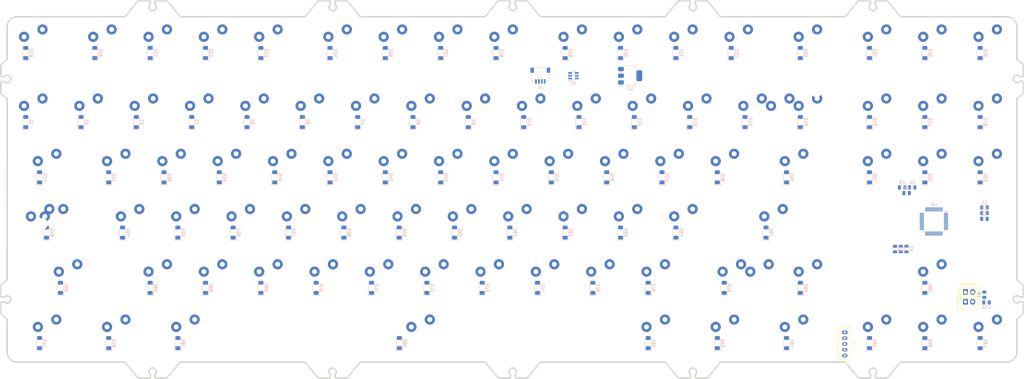
<source format=kicad_pcb>
(kicad_pcb (version 20240706) (generator "pcbnew") (generator_version "8.99")
  (layers (0 "F.Cu" signal) (31 "B.Cu" signal) (34 "B.Paste" user) (35 "F.Paste" user) (36 "B.SilkS" user "B.Silkscreen") (37 "F.SilkS" user "F.Silkscreen") (38 "B.Mask" user) (39 "F.Mask" user) (44 "Edge.Cuts" user))
  (net 0 "")
  (net 1 "+3.3V")
  (net 2 "GND")
  (net 3 "RST")
  (net 4 "+5V")
  (net 5 "CLK")
  (net 6 "DIO")
  (net 7 "boot")
  (net 8 "D-")
  (net 9 "D+")
  (net 43 "Net-(D1-K)")
  (net 44 "Net-(D1-A)")
  (net 45 "Net-(D2-A)")
  (net 46 "Net-(D3-A)")
  (net 47 "Net-(D4-A)")
  (net 48 "Net-(D5-A)")
  (net 49 "Net-(D6-A)")
  (net 50 "Net-(D7-A)")
  (net 51 "Net-(D8-A)")
  (net 52 "Net-(D9-A)")
  (net 53 "Net-(D10-A)")
  (net 54 "Net-(D11-A)")
  (net 55 "Net-(D12-A)")
  (net 56 "Net-(D13-A)")
  (net 57 "Net-(D14-A)")
  (net 58 "Net-(D15-A)")
  (net 59 "Net-(D16-A)")
  (net 60 "Net-(D17-A)")
  (net 61 "Net-(D18-A)")
  (net 62 "Net-(D19-A)")
  (net 63 "Net-(D19-K)")
  (net 64 "Net-(D20-A)")
  (net 65 "Net-(D21-A)")
  (net 66 "Net-(D22-A)")
  (net 67 "Net-(D23-A)")
  (net 68 "Net-(D24-K)")
  (net 69 "Net-(D24-A)")
  (net 70 "Net-(D25-A)")
  (net 71 "Net-(D26-A)")
  (net 72 "Net-(D27-A)")
  (net 73 "Net-(D28-A)")
  (net 74 "Net-(D29-A)")
  (net 75 "Net-(D30-A)")
  (net 76 "Net-(D31-A)")
  (net 77 "Net-(D32-A)")
  (net 78 "Net-(D33-A)")
  (net 79 "Net-(D34-A)")
  (net 80 "Net-(D35-A)")
  (net 81 "Net-(D36-A)")
  (net 82 "Net-(D37-A)")
  (net 83 "Net-(D38-A)")
  (net 84 "Net-(D39-A)")
  (net 85 "Net-(D40-A)")
  (net 86 "Net-(D41-A)")
  (net 87 "Net-(D42-A)")
  (net 88 "Net-(D43-A)")
  (net 89 "Net-(D44-A)")
  (net 90 "Net-(D45-A)")
  (net 91 "Net-(D46-A)")
  (net 92 "Net-(D47-A)")
  (net 93 "Net-(D48-A)")
  (net 94 "Net-(D49-K)")
  (net 95 "Net-(D49-A)")
  (net 96 "Net-(D50-A)")
  (net 97 "Net-(D51-A)")
  (net 98 "Net-(D52-A)")
  (net 99 "Net-(D53-A)")
  (net 100 "Net-(D54-A)")
  (net 101 "Net-(D55-A)")
  (net 102 "Net-(D56-A)")
  (net 103 "Net-(D57-A)")
  (net 104 "Net-(D58-A)")
  (net 105 "Net-(D59-A)")
  (net 106 "Net-(D60-A)")
  (net 107 "Net-(D61-A)")
  (net 108 "Net-(D62-A)")
  (net 109 "Net-(D63-A)")
  (net 110 "Net-(D64-A)")
  (net 111 "Net-(D65-A)")
  (net 112 "Net-(D65-K)")
  (net 113 "Net-(D66-A)")
  (net 114 "Net-(D67-A)")
  (net 115 "Net-(D68-A)")
  (net 116 "Net-(D69-A)")
  (net 117 "Net-(D70-A)")
  (net 118 "Net-(D71-A)")
  (net 119 "Net-(D72-A)")
  (net 120 "Net-(D73-A)")
  (net 121 "Net-(D74-A)")
  (net 122 "Net-(D75-A)")
  (net 123 "Net-(D76-A)")
  (net 124 "Net-(D77-A)")
  (net 125 "Net-(D77-K)")
  (net 126 "Net-(D78-A)")
  (net 127 "Net-(D79-A)")
  (net 128 "Net-(D80-A)")
  (net 129 "Net-(D81-A)")
  (net 130 "Net-(D82-A)")
  (net 131 "Net-(D86-A)")
  (net 132 "Net-(D90-A)")
  (net 133 "Net-(D93-A)")
  (net 134 "Net-(D94-A)")
  (net 135 "Net-(D95-A)")
  (net 136 "Net-(D96-A)")
  (net 137 "Net-(D97-A)")
  (net 138 "C0")
  (net 139 "C1")
  (net 140 "C2")
  (net 141 "C3")
  (net 142 "C4")
  (net 143 "C5")
  (net 144 "C6")
  (net 145 "C7")
  (net 146 "C8")
  (net 147 "C9")
  (net 148 "C10")
  (net 149 "C11")
  (net 150 "C12")
  (net 151 "C13")
  (net 152 "C14")
  (net 153 "C15")
  (net 154 "C16")
  (net 155 "C17")
  (net 156 "Net-(J1-Pin_2)")
  (net 157 "Net-(J1-Pin_3)")
  (footprint "MX_cherry:MXOnly-1U_N" (layer "F.Cu") (at 1140.609013 -377.679948)
    (property "Reference" "SW82" (hide yes))
    (property "Value" "SW_Push" (hide yes))
  )
  (footprint "MX_cherry:MXOnly-1.5U_N" (layer "F.Cu") (at 835.809513 -415.779948)
    (property "Reference" "SW24" (hide yes))
    (property "Value" "SW_Push" (hide yes))
  )
  (footprint "MX_cherry:MXOnly-1U_N" (layer "F.Cu") (at 1045.359013 -377.679948)
    (property "Reference" "SW76" (hide yes))
    (property "Value" "SW_Push" (hide yes))
  )
  (footprint "MX_cherry:MXOnly-1U_N" (layer "F.Cu") (at 1071.553013 -377.679948)
    (property "Reference" "SW79" (hide yes))
    (property "Value" "SW_Push" (hide yes))
  )
  (footprint "MX_cherry:MXOnly-1U_N" (layer "F.Cu") (at 1016.784013 -458.642448)
    (property "Reference" "SW29" (hide yes))
    (property "Value" "SW_Push" (hide yes))
  )
  (footprint "MX_cherry:MXOnly-1U_N" (layer "F.Cu") (at 897.721513 -415.779948)
    (property "Reference" "SW39" (hide yes))
    (property "Value" "SW_Push" (hide yes))
  )
  (footprint "MX_cherry:MXOnly-1U_N" (layer "F.Cu") (at 992.971513 -415.779948)
    (property "Reference" "SW44" (hide yes))
    (property "Value" "SW_Push" (hide yes))
  )
  (footprint "Connector_JST:JST_EH_B2B-EH-A_1x02_P2.50mm_Vertical" (layer "F.Cu") (at 1151.35 -369.87)
    (property "Reference" "SWbôtrst1")
    (property "Value" "SW_Push")
  )
  (footprint "MX_cherry:MXOnly-1U_N" (layer "F.Cu") (at 892.959013 -377.679948)
    (property "Reference" "SW68" (hide yes))
    (property "Value" "SW_Push" (hide yes))
  )
  (footprint "MX_cherry:MXOnly-1U_N" (layer "F.Cu") (at 864.384013 -396.729948)
    (property "Reference" "SW54" (hide yes))
    (property "Value" "SW_Push" (hide yes))
  )
  (footprint "MX_cherry:MXOnly-1U_N" (layer "F.Cu") (at 1121.559013 -434.829948)
    (property "Reference" "SW16" (hide yes))
    (property "Value" "SW_Push" (hide yes))
  )
  (footprint "MX_cherry:MXOnly-1U_N" (layer "F.Cu") (at 1121.559013 -415.779948)
    (property "Reference" "SW51" (hide yes))
    (property "Value" "SW_Push" (hide yes))
  )
  (footprint "MX_cherry:MXOnly-1U_N" (layer "F.Cu") (at 926.296513 -434.829948)
    (property "Reference" "SW6" (hide yes))
    (property "Value" "SW_Push" (hide yes))
  )
  (footprint "MX_cherry:MXOnly-1.5U_N" (layer "F.Cu") (at 883.434513 -358.629948)
    (property "Reference" "SW81" (hide yes))
    (property "Value" "SW_Push" (hide yes))
  )
  (footprint "MX_cherry:MXOnly-1U_N" (layer "F.Cu") (at 1140.609013 -415.779948)
    (property "Reference" "SW52" (hide yes))
    (property "Value" "SW_Push" (hide yes))
  )
  (footprint "MX_cherry:MXOnly-1U_N" (layer "F.Cu") (at 859.621513 -415.779948)
    (property "Reference" "SW37" (hide yes))
    (property "Value" "SW_Push" (hide yes))
  )
  (footprint "MX_cherry:MXOnly-1U_N" (layer "F.Cu") (at 978.684013 -396.729948)
    (property "Reference" "SW60" (hide yes))
    (property "Value" "SW_Push" (hide yes))
  )
  (footprint "MX_cherry:MXOnly-1U_N" (layer "F.Cu") (at 869.146513 -434.829948)
    (property "Reference" "SW3" (hide yes))
    (property "Value" "SW_Push" (hide yes))
  )
  (footprint "MX_cherry:MXOnly-1U_N" (layer "F.Cu") (at 1054.884013 -458.642448)
    (property "Reference" "SW31" (hide yes))
    (property "Value" "SW_Push" (hide yes))
  )
  (footprint "MX_cherry:MXOnly-1U_N" (layer "F.Cu") (at 969.159013 -377.679948)
    (property "Reference" "SW72" (hide yes))
    (property "Value" "SW_Push" (hide yes))
  )
  (footprint "MX_cherry:MXOnly-1U_N" (layer "F.Cu") (at 1059.646513 -434.829948)
    (property "Reference" "SW13" (hide yes))
    (property "Value" "SW_Push" (hide yes))
  )
  (footprint "MX_cherry:MXOnly-1U_N" (layer "F.Cu") (at 850.096513 -434.829948)
    (property "Reference" "SW2" (hide yes))
    (property "Value" "SW_Push" (hide yes))
  )
  (footprint "MX_cherry:MXOnly-1U_N" (layer "F.Cu") (at 1035.834013 -396.729948)
    (property "Reference" "SW63" (hide yes))
    (property "Value" "SW_Push" (hide yes))
  )
  (footprint "MX_cherry:MXOnly-1U_N" (layer "F.Cu") (at 964.396513 -434.829948)
    (property "Reference" "SW8" (hide yes))
    (property "Value" "SW_Push" (hide yes))
  )
  (footprint "MX_cherry:MXOnly-1U_N" (layer "F.Cu") (at 973.921513 -415.779948)
    (property "Reference" "SW43" (hide yes))
    (property "Value" "SW_Push" (hide yes))
  )
  (footprint "MX_cherry:MXOnly-1.25U_N" (layer "F.Cu") (at 833.427513 -396.729948)
    (property "Reference" "SW1002" (hide yes))
    (property "Value" "SW_Push" (hide yes))
  )
  (footprint "MX_cherry:MXOnly-1U_N" (layer "F.Cu") (at 878.671513 -415.779948)
    (property "Reference" "SW38" (hide yes))
    (property "Value" "SW_Push" (hide yes))
  )
  (footprint "MX_cherry:MXOnly-1U_N" (layer "F.Cu") (at 1097.746513 -458.642448)
    (property "Reference" "SW33" (hide yes))
    (property "Value" "SW_Push" (hide yes))
  )
  (footprint "MX_cherry:MXOnly-1U_N" (layer "F.Cu") (at 1050.121513 -415.779948)
    (property "Reference" "SW47" (hide yes))
    (property "Value" "SW_Push" (hide yes))
  )
  (footprint "MX_cherry:MXOnly-1U_N" (layer "F.Cu") (at 888.196513 -434.829948)
    (property "Reference" "SW4" (hide yes))
    (property "Value" "SW_Push" (hide yes))
  )
  (footprint "MX_cherry:MXOnly-1U_N" (layer "F.Cu") (at 883.434013 -396.729948)
    (property "Reference" "SW55" (hide yes))
    (property "Value" "SW_Push" (hide yes))
  )
  (footprint "MX_cherry:MXOnly-2.25U-ReversedStabilizers_N" (layer "F.Cu") (at 1085.914613 -396.729948)
    (property "Reference" "SW67" (hide yes))
    (property "Value" "SW_Push" (hide yes))
  )
  (footprint "MX_cherry:MXOnly-1U_N" (layer "F.Cu") (at 892.959013 -458.642448)
    (property "Reference" "SW22" (hide yes))
    (property "Value" "SW_Push" (hide yes))
  )
  (footprint "MX_cherry:MXOnly-1U_N" (layer "F.Cu") (at 1159.659013 -358.629948)
    (property "Reference" "SW97" (hide yes))
    (property "Value" "SW_Push" (hide yes))
  )
  (footprint "MX_cherry:MXOnly-1U_N" (layer "F.Cu") (at 1021.546513 -434.829948)
    (property "Reference" "SW11" (hide yes))
    (property "Value" "SW_Push" (hide yes))
  )
  (footprint "MX_cherry:MXOnly-1U_N" (layer "F.Cu") (at 831.046513 -458.642448)
    (property "Reference" "SW19" (hide yes))
    (property "Value" "SW_Push" (hide yes))
  )
  (footprint "MX_cherry:MXOnly-1U_N" (layer "F.Cu") (at 1159.659013 -434.829948)
    (property "Reference" "SW18" (hide yes))
    (property "Value" "SW_Push" (hide yes))
  )
  (footprint "MX_cherry:MXOnly-1U_N" (layer "F.Cu") (at 935.821513 -458.642448)
    (property "Reference" "SW25" (hide yes))
    (property "Value" "SW_Push" (hide yes))
  )
  (footprint "MX_cherry:MXOnly-2U_N" (layer "F.Cu") (at 1088.221513 -434.829948)
    (property "Reference" "SW1001" (hide yes))
    (property "Value" "SW_Push" (hide yes))
  )
  (footprint "MX_cherry:MXOnly-2.75U_N" (layer "F.Cu") (at 1081.078013 -377.679948)
    (property "Reference" "SW1000" (hide yes))
    (property "Value" "SW_Push" (hide yes))
  )
  (footprint "MX_cherry:MXOnly-1U_N" (layer "F.Cu") (at 1069.171513 -358.629948)
    (property "Reference" "SW93" (hide yes))
    (property "Value" "SW_Push" (hide yes))
  )
  (footprint "MX_cherry:MXOnly-7U-ReversedStabilizers_N" (layer "F.Cu") (at 964.396513 -358.637448)
    (property "Reference" "SW86" (hide yes))
    (property "Value" "SW_Push" (hide yes))
  )
  (footprint "MX_cherry:MXOnly-1U_N" (layer "F.Cu") (at 983.446513 -434.829948)
    (property "Reference" "SW9" (hide yes))
    (property "Value" "SW_Push" (hide yes))
  )
  (footprint "MX_cherry:MXOnly-1U_N" (layer "F.Cu") (at 1097.746513 -377.679948)
    (property "Reference" "SW80" (hide yes))
    (property "Value" "SW_Push" (hide yes))
  )
  (footprint "MX_cherry:MXOnly-1U_N" (layer "F.Cu") (at 1031.071513 -415.779948)
    (property "Reference" "SW46" (hide yes))
    (property "Value" "SW_Push" (hide yes))
  )
  (footprint "MX_cherry:MXOnly-1U_N" (layer "F.Cu") (at 1016.784013 -396.729948)
    (property "Reference" "SW62" (hide yes))
    (property "Value" "SW_Push" (hide yes))
  )
  (footprint "MX_cherry:MXOnly-1U_N" (layer "F.Cu") (at 935.821513 -415.779948)
    (property "Reference" "SW41" (hide yes))
    (property "Value" "SW_Push" (hide yes))
  )
  (footprint "MX_cherry:MXOnly-1U_N" (layer "F.Cu") (at 1040.596513 -434.829948)
    (property "Reference" "SW12" (hide yes))
    (property "Value" "SW_Push" (hide yes))
  )
  (footprint "MX_cherry:MXOnly-1.75U_N" (layer "F.Cu") (at 838.190513 -396.729948)
    (property "Reference" "SW49" (hide yes))
    (property "Value" "SW_Push" (hide yes))
  )
  (footprint "Connector_JST:JST_EH_B2B-EH-A_1x02_P2.50mm_Vertical" (layer "F.Cu") (at 1151.36 -373.19)
    (property "Reference" "SWbôt1")
    (property "Value" "SW_Push")
  )
  (footprint "MX_cherry:MXOnly-1.5U_N" (layer "F.Cu") (at 1092.984513 -415.779948)
    (property "Reference" "SW50" (hide yes))
    (property "Value" "SW_Push" (hide yes))
  )
  (footprint "MX_cherry:MXOnly-1U_N" (layer "F.Cu") (at 1140.609013 -434.829948)
    (property "Reference" "SW17" (hide yes))
    (property "Value" "SW_Push" (hide yes))
  )
  (footprint "MX_cherry:MXOnly-1U_N" (layer "F.Cu") (at 1002.496513 -434.829948)
    (property "Reference" "SW10" (hide yes))
    (property "Value" "SW_Push" (hide yes))
  )
  (footprint "MX_cherry:MXOnly-1U_N" (layer "F.Cu") (at 1073.934013 -458.642448)
    (property "Reference" "SW32" (hide yes))
    (property "Value" "SW_Push" (hide yes))
  )
  (footprint "Connector_JST:JST_PH_B5B-PH-K_1x05_P2.00mm_Vertical" (layer "F.Cu") (at 1109.81 -359.29 -90)
    (property "Reference" "J2")
    (property "Value" "Conn_01x05_Socket")
  )
  (footprint "MX_cherry:MXOnly-2.25U_N" (layer "F.Cu") (at 843.027113 -377.679948)
    (property "Reference" "SW65" (hide yes))
    (property "Value" "SW_Push" (hide yes))
  )
  (footprint "MX_cherry:MXOnly-1.5U_N" (layer "F.Cu") (at 1092.984513 -358.629948)
    (property "Reference" "SW94" (hide yes))
    (property "Value" "SW_Push" (hide yes))
  )
  (footprint "MX_cherry:MXOnly-1U_N" (layer "F.Cu") (at 954.871513 -458.642448)
    (property "Reference" "SW26" (hide yes))
    (property "Value" "SW_Push" (hide yes))
  )
  (footprint "MX_cherry:MXOnly-1U_N" (layer "F.Cu") (at 873.909013 -458.642448)
    (property "Reference" "SW21" (hide yes))
    (property "Value" "SW_Push" (hide yes))
  )
  (footprint "MX_cherry:MXOnly-1U_N" (layer "F.Cu") (at 912.009013 -458.642448)
    (property "Reference" "SW23" (hide yes))
    (property "Value" "SW_Push" (hide yes))
  )
  (footprint "MX_cherry:MXOnly-1U_N" (layer "F.Cu") (at 954.871513 -415.779948)
    (property "Reference" "SW42" (hide yes))
    (property "Value" "SW_Push" (hide yes))
  )
  (footprint "MX_cherry:MXOnly-1U_N" (layer "F.Cu") (at 921.534013 -396.729948)
    (property "Reference" "SW57" (hide yes))
    (property "Value" "SW_Push" (hide yes))
  )
  (footprint "MX_cherry:MXOnly-1U_N" (layer "F.Cu") (at 1121.559013 -358.629948)
    (property "Reference" "SW95" (hide yes))
    (property "Value" "SW_Push" (hide yes))
  )
  (footprint "MX_cherry:MXOnly-1U_N" (layer "F.Cu") (at 997.734013 -396.729948)
    (property "Reference" "SW61" (hide yes))
    (property "Value" "SW_Push" (hide yes))
  )
  (footprint "MX_cherry:MXOnly-1U_N" (layer "F.Cu") (at 873.909013 -377.679948)
    (property "Reference" "SW66" (hide yes))
    (property "Value" "SW_Push" (hide yes))
  )
  (footprint "MX_cherry:MXOnly-1U_N" (layer "F.Cu") (at 992.971513 -458.642448)
    (property "Reference" "SW28" (hide yes))
    (property "Value" "SW_Push" (hide yes))
  )
  (footprint "MX_cherry:MXOnly-1U_N" (layer "F.Cu") (at 1159.659013 -415.779948)
    (property "Reference" "SW53" (hide yes))
    (property "Value" "SW_Push" (hide yes))
  )
  (footprint "MX_cherry:MXOnly-1U_N" (layer "F.Cu") (at 1054.884013 -396.729948)
    (property "Reference" "SW64" (hide yes))
    (property "Value" "SW_Push" (hide yes))
  )
  (footprint "MX_cherry:MXOnly-1.5U_N" (layer "F.Cu") (at 1045.359513 -358.629948)
    (property "Reference" "SW90" (hide yes))
    (property "Value" "SW_Push" (hide yes))
  )
  (footprint "MX_cherry:MXOnly-1U_N" (layer "F.Cu") (at 859.621513 -358.629948)
    (property "Reference" "SW78" (hide yes))
    (property "Value" "SW_Push" (hide yes))
  )
  (footprint "MX_cherry:MXOnly-1U_N" (layer "F.Cu") (at 1121.559013 -458.642448)
    (property "Reference" "SW34" (hide yes))
    (property "Value" "SW_Push" (hide yes))
  )
  (footprint "MX_cherry:MXOnly-1U_N" (layer "F.Cu") (at 945.346513 -434.829948)
    (property "Reference" "SW7" (hide yes))
    (property "Value" "SW_Push" (hide yes))
  )
  (footprint "MX_cherry:MXOnly-1U_N" (layer "F.Cu") (at 1078.696513 -434.829948)
    (property "Reference" "SW14" (hide yes))
    (property "Value" "SW_Push" (hide yes))
  )
  (footprint "MX_cherry:MXOnly-1U_N" (layer "F.Cu") (at 973.921513 -458.642448)
    (property "Reference" "SW27" (hide yes))
    (property "Value" "SW_Push" (hide yes))
  )
  (footprint "MX_cherry:MXOnly-1U_N" (layer "F.Cu") (at 1012.021513 -415.779948)
    (property "Reference" "SW45" (hide yes))
    (property "Value" "SW_Push" (hide yes))
  )
  (footprint "MX_cherry:MXOnly-1U_N" (layer "F.Cu") (at 1140.609013 -358.629948)
    (property "Reference" "SW96" (hide yes))
    (property "Value" "SW_Push" (hide yes))
  )
  (footprint "MX_cherry:MXOnly-1U_N" (layer "F.Cu") (at 854.859013 -458.642448)
    (property "Reference" "SW20" (hide yes))
    (property "Value" "SW_Push" (hide yes))
  )
  (footprint "MX_cherry:MXOnly-1U_N" (layer "F.Cu") (at 831.046513 -434.829948)
    (property "Reference" "SW1" (hide yes))
    (property "Value" "SW_Push" (hide yes))
  )
  (footprint "MX_cherry:MXOnly-1U_N" (layer "F.Cu") (at 1026.309013 -377.679948)
    (property "Reference" "SW75" (hide yes))
    (property "Value" "SW_Push" (hide yes))
  )
  (footprint "MX_cherry:MXOnly-1U_N" (layer "F.Cu") (at 1069.171513 -415.779948)
    (property "Reference" "SW48" (hide yes))
    (property "Value" "SW_Push" (hide yes))
  )
  (footprint "MX_cherry:MXOnly-1U_N" (layer "F.Cu") (at 912.009013 -377.679948)
    (property "Reference" "SW69" (hide yes))
    (property "Value" "SW_Push" (hide yes))
  )
  (footprint "MX_cherry:MXOnly-1U_N" (layer "F.Cu") (at 1007.259013 -377.679948)
    (property "Reference" "SW74" (hide yes))
    (property "Value" "SW_Push" (hide yes))
  )
  (footprint "MX_cherry:MXOnly-1U_N" (layer "F.Cu") (at 931.059013 -377.679948)
    (property "Reference" "SW70" (hide yes))
    (property "Value" "SW_Push" (hide yes))
  )
  (footprint "MX_cherry:MXOnly-1U_N" (layer "F.Cu") (at 959.634013 -396.729948)
    (property "Reference" "SW59" (hide yes))
    (property "Value" "SW_Push" (hide yes))
  )
  (footprint "MX_cherry:MXOnly-1U_N" (layer "F.Cu") (at 1097.746513 -434.829948)
    (property "Reference" "SW15" (hide yes))
    (property "Value" "SW_Push" (hide yes))
  )
  (footprint "MX_cherry:MXOnly-1U_N" (layer "F.Cu") (at 950.109013 -377.679948)
    (property "Reference" "SW71" (hide yes))
    (property "Value" "SW_Push" (hide yes))
  )
  (footprint "MX_cherry:MXOnly-1U_N" (layer "F.Cu") (at 988.209013 -377.679948)
    (property "Reference" "SW73" (hide yes))
    (property "Value" "SW_Push" (hide yes))
  )
  (footprint "MX_cherry:MXOnly-1U_N" (layer "F.Cu") (at 1035.834013 -458.642448)
    (property "Reference" "SW30" (hide yes))
    (property "Value" "SW_Push" (hide yes))
  )
  (footprint "MX_cherry:MXOnly-1.5U_N" (layer "F.Cu") (at 835.809513 -358.629948)
    (property "Reference" "SW77" (hide yes))
    (property "Value" "SW_Push" (hide yes))
  )
  (footprint "MX_cherry:MXOnly-1U_N" (layer "F.Cu") (at 907.246513 -434.829948)
    (property "Reference" "SW5" (hide yes))
    (property "Value" "SW_Push" (hide yes))
  )
  (footprint "MX_cherry:MXOnly-1U_N" (layer "F.Cu") (at 1140.609013 -458.642448)
    (property "Reference" "SW35" (hide yes))
    (property "Value" "SW_Push" (hide yes))
  )
  (footprint "MX_cherry:MXOnly-1U_N" (layer "F.Cu") (at 902.484013 -396.729948)
    (property "Reference" "SW56" (hide yes))
    (property "Value" "SW_Push" (hide yes))
  )
  (footprint "MX_cherry:MXOnly-1U_N" (layer "F.Cu") (at 1159.659013 -458.642448)
    (property "Reference" "SW36" (hide yes))
    (property "Value" "SW_Push" (hide yes))
  )
  (footprint "MX_cherry:MXOnly-1U_N" (layer "F.Cu") (at 916.771513 -415.779948)
    (property "Reference" "SW40" (hide yes))
    (property "Value" "SW_Push" (hide yes))
  )
  (footprint "MX_cherry:MXOnly-1U_N" (layer "F.Cu") (at 940.584013 -396.729948)
    (property "Reference" "SW58" (hide yes))
    (property "Value" "SW_Push" (hide yes))
  )
  (footprint "Diode_SMD:D_MiniMELF" (layer "B.Cu") (at 904.011513 -431.802448 90)
    (property "Reference" "D5")
    (property "Value" "D_Small")
  )
  (footprint "Diode_SMD:D_MiniMELF" (layer "B.Cu") (at 1056.411513 -431.802448 90)
    (property "Reference" "D13")
    (property "Value" "D_Small")
  )
  (footprint "Diode_SMD:D_MiniMELF" (layer "B.Cu") (at 1118.324013 -412.752448 90)
    (property "Reference" "D51")
    (property "Value" "D_Small")
  )
  (footprint "Diode_SMD:D_MiniMELF" (layer "B.Cu") (at 865.911513 -431.802448 90)
    (property "Reference" "D3")
    (property "Value" "D_Small")
  )
  (footprint "Diode_SMD:D_MiniMELF" (layer "B.Cu") (at 827.811513 -455.614948 90)
    (property "Reference" "D19")
    (property "Value" "D_Small")
  )
  (footprint "Diode_SMD:D_MiniMELF" (layer "B.Cu") (at 1094.511513 -455.614948 90)
    (property "Reference" "D33")
    (property "Value" "D_Small")
  )
  (footprint "Diode_SMD:D_MiniMELF" (layer "B.Cu") (at 832.574513 -412.752448 90)
    (property "Reference" "D24")
    (property "Value" "D_Small")
  )
  (footprint "Diode_SMD:D_MiniMELF" (layer "B.Cu") (at 956.399013 -393.702448 90)
    (property "Reference" "D59")
    (property "Value" "D_Small")
  )
  (footprint "Package_TO_SOT_SMD:SOT-23-6" (layer "B.Cu") (at 1016.39 -447.77)
    (property "Reference" "U1")
    (property "Value" "USBLC6-2SC6" (hide yes))
  )
  (footprint "Diode_SMD:D_MiniMELF" (layer "B.Cu") (at 1137.374013 -355.602448 90)
    (property "Reference" "D96")
    (property "Value" "D_Small")
  )
  (footprint "Diode_SMD:D_MiniMELF" (layer "B.Cu") (at 989.736513 -412.752448 90)
    (property "Reference" "D44")
    (property "Value" "D_Small")
  )
  (footprint "Diode_SMD:D_MiniMELF" (layer "B.Cu") (at 1089.749513 -355.602448 90)
    (property "Reference" "D94")
    (property "Value" "D_Small")
  )
  (footprint "Diode_SMD:D_MiniMELF" (layer "B.Cu") (at 856.386513 -355.602448 90)
    (property "Reference" "D78")
    (property "Value" "D_Small")
  )
  (footprint "Diode_SMD:D_MiniMELF" (layer "B.Cu") (at 870.674013 -374.652448 90)
    (property "Reference" "D66")
    (property "Value" "D_Small")
  )
  (footprint "Diode_SMD:D_MiniMELF" (layer "B.Cu") (at 1051.649013 -455.614948 90)
    (property "Reference" "D31")
    (property "Value" "D_Small")
  )
  (footprint "Diode_SMD:D_MiniMELF" (layer "B.Cu") (at 1042.124013 -374.652448 90)
    (property "Reference" "D76")
    (property "Value" "D_Small")
  )
  (footprint "Diode_SMD:D_MiniMELF" (layer "B.Cu") (at 918.299013 -393.702448 90)
    (property "Reference" "D57")
    (property "Value" "D_Small")
  )
  (footprint "Diode_SMD:D_MiniMELF" (layer "B.Cu") (at 1156.424013 -455.614948 90)
    (property "Reference" "D36")
    (property "Value" "D_Small")
  )
  (footprint "Diode_SMD:D_MiniMELF" (layer "B.Cu") (at 994.499013 -393.702448 90)
    (property "Reference" "D61")
    (property "Value" "D_Small")
  )
  (footprint "Diode_SMD:D_MiniMELF" (layer "B.Cu") (at 1156.424013 -412.752448 90)
    (property "Reference" "D53")
    (property "Value" "D_Small")
  )
  (footprint "Diode_SMD:D_MiniMELF" (layer "B.Cu") (at 956.451513 -355.602448 90)
    (property "Reference" "D86")
    (property "Value" "D_Small")
  )
  (footprint "Connector_JST:JST_SH_SM04B-SRSS-TB_1x04-1MP_P1.00mm_Horizontal" (layer "B.Cu") (at 1004.99 -447.8)
    (property "Reference" "J1")
    (property "Value" "Conn_01x04_Pin")
  )
  (footprint "Diode_SMD:D_MiniMELF" (layer "B.Cu") (at 1037.361513 -431.802448 90)
    (property "Reference" "D12")
    (property "Value" "D_Small")
  )
  (footprint "Diode_SMD:D_MiniMELF" (layer "B.Cu") (at 946.874013 -374.652448 90)
    (property "Reference" "D71")
    (property "Value" "D_Small")
  )
  (footprint "Diode_SMD:D_MiniMELF" (layer "B.Cu") (at 880.199013 -393.702448 90)
    (property "Reference" "D55")
    (property "Value" "D_Small")
  )
  (footprint "Diode_SMD:D_MiniMELF" (layer "B.Cu") (at 894.486513 -412.752448 90)
    (property "Reference" "D39")
    (property "Value" "D_Small")
  )
  (footprint "Diode_SMD:D_MiniMELF" (layer "B.Cu") (at 1027.836513 -412.752448 90)
    (property "Reference" "D46")
    (property "Value" "D_Small")
  )
  (footprint "Diode_SMD:D_MiniMELF" (layer "B.Cu") (at 1082.679613 -393.702448 90)
    (property "Reference" "D67")
    (property "Value" "D_Small")
  )
  (footprint "Diode_SMD:D_MiniMELF" (layer "B.Cu") (at 899.249013 -393.702448 90)
    (property "Reference" "D56")
    (property "Value" "D_Small")
  )
  (footprint "Diode_SMD:D_MiniMELF" (layer "B.Cu") (at 889.724013 -455.614948 90)
    (property "Reference" "D22")
    (property "Value" "D_Small")
  )
  (footprint "Capacitor_SMD:C_0805_2012Metric" (layer "B.Cu") (at 1129.57 -409.26 180)
    (property "Reference" "C9")
    (property "Value" "4.7uF")
  )
  (footprint "Diode_SMD:D_MiniMELF" (layer "B.Cu") (at 913.536513 -412.752448 90)
    (property "Reference" "D40")
    (property "Value" "D_Small")
  )
  (footprint "Diode_SMD:D_MiniMELF" (layer "B.Cu") (at 989.736513 -455.614948 90)
    (property "Reference" "D28")
    (property "Value" "D_Small")
  )
  (footprint "Diode_SMD:D_MiniMELF" (layer "B.Cu") (at 1004.024013 -374.652448 90)
    (property "Reference" "D74")
    (property "Value" "D_Small")
  )
  (footprint "Diode_SMD:D_MiniMELF" (layer "B.Cu") (at 1068.318013 -374.652448 90)
    (property "Reference" "D79")
    (property "Value" "D_Small")
  )
  (footprint "Diode_SMD:D_MiniMELF" (layer "B.Cu") (at 975.449013 -393.702448 90)
    (property "Reference" "D60")
    (property "Value" "D_Small")
  )
  (footprint "Package_TO_SOT_SMD:SOT-223-3_TabPin2" (layer "B.Cu") (at 1035.9 -447.7625)
    (property "Reference" "U2")
    (property "Value" "AMS1117")
  )
  (footprint "Diode_SMD:D_MiniMELF" (layer "B.Cu") (at 980.211513 -431.802448 90)
    (property "Reference" "D9")
    (property "Value" "D_Small")
  )
  (footprint "Capacitor_SMD:C_0805_2012Metric" (layer "B.Cu") (at 1157.9 -402.355 180)
    (property "Reference" "C1")
    (property "Value" "100nF")
  )
  (footprint "Diode_SMD:D_MiniMELF" (layer "B.Cu") (at 889.724013 -374.652448 90)
    (property "Reference" "D68")
    (property "Value" "D_Small")
  )
  (footprint "Diode_SMD:D_MiniMELF" (layer "B.Cu") (at 1075.461513 -431.802448 90)
    (property "Reference" "D14")
    (property "Value" "D_Small")
  )
  (footprint "Diode_SMD:D_MiniMELF" (layer "B.Cu") (at 970.686513 -455.614948 90)
    (property "Reference" "D27")
    (property "Value" "D_Small")
  )
  (footprint "Capacitor_SMD:C_0805_2012Metric" (layer "B.Cu") (at 1157.89 -398.42 180)
    (property "Reference" "C3")
    (property "Value" "100nF")
  )
  (footprint "Resistor_SMD:R_0805_2012Metric" (layer "B.Cu") (at 1157.86 -372.2675 -90)
    (property "Reference" "R1")
    (property "Value" "R_Small")
  )
  (footprint "Diode_SMD:D_MiniMELF" (layer "B.Cu") (at 932.586513 -455.614948 90)
    (property "Reference" "D25")
    (property "Value" "D_Small")
  )
  (footprint "Diode_SMD:D_MiniMELF" (layer "B.Cu") (at 965.924013 -374.652448 90)
    (property "Reference" "D72")
    (property "Value" "D_Small")
  )
  (footprint "Diode_SMD:D_MiniMELF" (layer "B.Cu") (at 1065.936513 -412.752448 90)
    (property "Reference" "D48")
    (property "Value" "D_Small")
  )
  (footprint "Diode_SMD:D_MiniMELF" (layer "B.Cu") (at 1156.424013 -431.802448 90)
    (property "Reference" "D18")
    (property "Value" "D_Small")
  )
  (footprint "Diode_SMD:D_MiniMELF" (layer "B.Cu") (at 1042.124513 -355.602448 90)
    (property "Reference" "D90")
    (property "Value" "D_Small")
  )
  (footprint "Diode_SMD:D_MiniMELF" (layer "B.Cu") (at 834.955513 -393.702448 90)
    (property "Reference" "D49")
    (property "Value" "D_Small")
  )
  (footprint "Diode_SMD:D_MiniMELF" (layer "B.Cu") (at 1032.599013 -455.614948 90)
    (property "Reference" "D30")
    (property "Value" "D_Small")
  )
  (footprint "Diode_SMD:D_MiniMELF" (layer "B.Cu") (at 1118.324013 -355.602448 90)
    (property "Reference" "D95")
    (property "Value" "D_Small")
  )
  (footprint "Diode_SMD:D_MiniMELF" (layer "B.Cu") (at 1089.749513 -412.752448 90)
    (property "Reference" "D50")
    (property "Value" "D_Small")
  )
  (footprint "Diode_SMD:D_MiniMELF" (layer "B.Cu") (at 1070.699013 -455.614948 90)
    (property "Reference" "D32")
    (property "Value" "D_Small")
  )
  (footprint "Diode_SMD:D_MiniMELF" (layer "B.Cu") (at 861.149013 -393.702448 90)
    (property "Reference" "D54")
    (property "Value" "D_Small")
  )
  (footprint "Diode_SMD:D_MiniMELF" (layer "B.Cu") (at 1118.324013 -431.802448 90)
    (property "Reference" "D16")
    (property "Value" "D_Small")
  )
  (footprint "Capacitor_SMD:C_0805_2012Metric" (layer "B.Cu") (at 1131.03 -388.02 90)
    (property "Reference" "C6")
    (property "Value" "4.7uF")
  )
  (footprint "Diode_SMD:D_MiniMELF" (layer "B.Cu") (at 1018.311513 -431.802448 90)
    (property "Reference" "D11")
    (property "Value" "D_Small")
  )
  (footprint "Diode_SMD:D_MiniMELF" (layer "B.Cu") (at 927.824013 -374.652448 90)
    (property "Reference" "D70")
    (property "Value" "D_Small")
  )
  (footprint "Diode_SMD:D_MiniMELF" (layer "B.Cu") (at 846.861513 -431.802448 90)
    (property "Reference" "D2")
    (property "Value" "D_Small")
  )
  (footprint "Diode_SMD:D_MiniMELF" (layer "B.Cu") (at 1013.549013 -455.614948 90)
    (property "Reference" "D29")
    (property "Value" "D_Small")
  )
  (footprint "Diode_SMD:D_MiniMELF" (layer "B.Cu") (at 1094.511513 -374.652448 90)
    (property "Reference" "D80")
    (property "Value" "D_Small")
  )
  (footprint "Diode_SMD:D_MiniMELF" (layer "B.Cu") (at 880.199513 -355.602448 90)
    (property "Reference" "D81")
    (property "Value" "D_Small")
  )
  (footprint "Diode_SMD:D_MiniMELF" (layer "B.Cu") (at 908.774013 -455.614948 90)
    (property "Reference" "D23")
    (property "Value" "D_Small")
  )
  (footprint "Diode_SMD:D_MiniMELF" (layer "B.Cu") (at 951.636513 -455.614948 90)
    (property "Reference" "D26")
    (property "Value" "D_Small")
  )
  (footprint "Capacitor_SMD:C_0805_2012Metric" (layer "B.Cu") (at 1133 -409.2625 180)
    (property "Reference" "C4")
    (property "Value" "4.7uF")
  )
  (footprint "Capacitor_SMD:C_0805_2012Metric" (layer "B.Cu") (at 1127.105 -388.02 90)
    (property "Reference" "C8")
    (property "Value" "4.7uF")
  )
  (footprint "Diode_SMD:D_MiniMELF" (layer "B.Cu") (at 1046.886513 -412.752448 90)
    (property "Reference" "D47")
    (property "Value" "D_Small")
  )
  (footprint "Diode_SMD:D_MiniMELF" (layer "B.Cu") (at 827.811513 -431.802448 90)
    (property "Reference" "D1")
    (property "Value" "D_Small")
  )
  (footprint "Diode_SMD:D_MiniMELF" (layer "B.Cu") (at 923.061513 -431.802448 90)
    (property "Reference" "D6")
    (property "Value" "D_Small")
  )
  (footprint "Diode_SMD:D_MiniMELF" (layer "B.Cu") (at 875.436513 -412.752448 90)
    (property "Reference" "D38")
    (property "Value" "D_Small")
  )
  (footprint "Package_QFP:LQFP-48_7x7mm_P0.5mm" (layer "B.Cu") (at 1140.5 -397.53 180)
    (property "Reference" "U6")
    (property "Value" "STM32F072-LQFP48")
  )
  (footprint "Diode_SMD:D_MiniMELF" (layer "B.Cu") (at 851.624013 -455.614948 90)
    (property "Reference" "D20")
    (property "Value" "D_Small")
  )
  (footprint "Diode_SMD:D_MiniMELF" (layer "B.Cu") (at 1023.074013 -374.652448 90)
    (property "Reference" "D75")
    (property "Value" "D_Small")
  )
  (footprint "Diode_SMD:D_MiniMELF" (layer "B.Cu") (at 1008.786513 -412.752448 90)
    (property "Reference" "D45")
    (property "Value" "D_Small")
  )
  (footprint "Diode_SMD:D_MiniMELF" (layer "B.Cu") (at 1137.374013 -455.614948 90)
    (property "Reference" "D35")
    (property "Value" "D_Small")
  )
  (footprint "Diode_SMD:D_MiniMELF" (layer "B.Cu") (at 908.774013 -374.652448 90)
    (property "Reference" "D69")
    (property "Value" "D_Small")
  )
  (footprint "Diode_SMD:D_MiniMELF" (layer "B.Cu") (at 1051.649013 -393.702448 90)
    (property "Reference" "D64")
    (property "Value" "D_Small")
  )
  (footprint "Diode_SMD:D_MiniMELF" (layer "B.Cu") (at 1118.324013 -455.614948 90)
    (property "Reference" "D34")
    (property "Value" "D_Small")
  )
  (footprint "Diode_SMD:D_MiniMELF" (layer "B.Cu") (at 839.792113 -374.652448 90)
    (property "Reference" "D65")
    (property "Value" "D_Small")
  )
  (footprint "Diode_SMD:D_MiniMELF" (layer "B.Cu") (at 1065.936513 -355.602448 90)
    (property "Reference" "D93")
    (property "Value" "D_Small")
  )
  (footprint "Diode_SMD:D_MiniMELF" (layer "B.Cu") (at 870.674013 -455.614948 90)
    (property "Reference" "D21")
    (property "Value" "D_Small")
  )
  (footprint "Diode_SMD:D_MiniMELF" (layer "B.Cu") (at 932.586513 -412.752448 90)
    (property "Reference" "D41")
    (property "Value" "D_Small")
  )
  (footprint "Diode_SMD:D_MiniMELF" (layer "B.Cu") (at 1094.511513 -431.802448 90)
    (property "Reference" "D15")
    (property "Value" "D_Small")
  )
  (footprint "Capacitor_SMD:C_0805_2012Metric" (layer "B.Cu") (at 1157.9 -400.3875 180)
    (property "Reference" "C2")
    (property "Value" "4.7uF")
  )
  (footprint "Capacitor_SMD:C_0805_2012Metric" (layer "B.Cu") (at 1131.08 -407.31 180)
    (property "Reference" "C5")
    (property "Value" "100nF")
  )
  (footprint "Diode_SMD:D_MiniMELF" (layer "B.Cu") (at 1156.424013 -355.602448 90)
    (property "Reference" "D97")
    (property "Value" "D_Small")
  )
  (footprint "Diode_SMD:D_MiniMELF" (layer "B.Cu") (at 1137.374013 -431.802448 90)
    (property "Reference" "D17")
    (property "Value" "D_Small")
  )
  (footprint "Diode_SMD:D_MiniMELF" (layer "B.Cu") (at 884.961513 -431.802448 90)
    (property "Reference" "D4")
    (property "Value" "D_Small")
  )
  (footprint "Diode_SMD:D_MiniMELF" (layer "B.Cu") (at 1013.549013 -393.702448 90)
    (property "Reference" "D62")
    (property "Value" "D_Small")
  )
  (footprint "Diode_SMD:D_MiniMELF" (layer "B.Cu") (at 1137.374013 -412.752448 90)
    (property "Reference" "D52")
    (property "Value" "D_Small")
  )
  (footprint "Diode_SMD:D_MiniMELF" (layer "B.Cu") (at 1032.599013 -393.702448 90)
    (property "Reference" "D63")
    (property "Value" "D_Small")
  )
  (footprint "Diode_SMD:D_MiniMELF" (layer "B.Cu") (at 984.974013 -374.652448 90)
    (property "Reference" "D73")
    (property "Value" "D_Small")
  )
  (footprint "Capacitor_SMD:C_0805_2012Metric" (layer "B.Cu") (at 1158.61 -369.6)
    (property "Reference" "C10")
    (property "Value" "4.7uF")
  )
  (footprint "Diode_SMD:D_MiniMELF" (layer "B.Cu") (at 942.111513 -431.802448 90)
    (property "Reference" "D7")
    (property "Value" "D_Small")
  )
  (footprint "Diode_SMD:D_MiniMELF" (layer "B.Cu") (at 970.686513 -412.752448 90)
    (property "Reference" "D43")
    (property "Value" "D_Small")
  )
  (footprint "Diode_SMD:D_MiniMELF" (layer "B.Cu") (at 951.636513 -412.752448 90)
    (property "Reference" "D42")
    (property "Value" "D_Small")
  )
  (footprint "Diode_SMD:D_MiniMELF" (layer "B.Cu") (at 1137.374013 -374.652448 90)
    (property "Reference" "D82")
    (property "Value" "D_Small")
  )
  (footprint "Capacitor_SMD:C_0805_2012Metric" (layer "B.Cu") (at 1129.0625 -388.02 90)
    (property "Reference" "C7")
    (property "Value" "100nF")
  )
  (footprint "Diode_SMD:D_MiniMELF" (layer "B.Cu") (at 961.161513 -431.802448 90)
    (property "Reference" "D8")
    (property "Value" "D_Small")
  )
  (footprint "Diode_SMD:D_MiniMELF" (layer "B.Cu") (at 937.349013 -393.702448 90)
    (property "Reference" "D58")
    (property "Value" "D_Small")
  )
  (footprint "Diode_SMD:D_MiniMELF" (layer "B.Cu") (at 832.574513 -355.602448 90)
    (property "Reference" "D77")
    (property "Value" "D_Small")
  )
  (footprint "Diode_SMD:D_MiniMELF" (layer "B.Cu") (at 856.386513 -412.752448 90)
    (property "Reference" "D37")
    (property "Value" "D_Small")
  )
  (footprint "Diode_SMD:D_MiniMELF" (layer "B.Cu") (at 999.261513 -431.802448 90)
    (property "Reference" "D10")
    (property "Value" "D_Small")
  )
  (gr_line (start 1110.002154 -349.043196) (end 1067.002096 -349.043165) (stroke (width 0.5)) (layer "Edge.Cuts"))
  (gr_line (start 1165.550931 -349.043511) (end 1165.550931 -349.043499) (stroke (width 0.5)) (layer "Edge.Cuts"))
  (gr_arc (start 1170.035179 -369.855305) (mid 1167.827528 -370.629877) (end 1169.997717 -371.503929) (stroke (width 0.5)) (layer "Edge.Cuts"))
  (gr_line (start 1171.280024 -445.462925) (end 1171.278973 -442.293549) (stroke (width 0.5)) (layer "Edge.Cuts"))
  (gr_arc (start 934.292176 -472.376158) (mid 933.517538 -470.16841) (end 932.643551 -472.338748) (stroke (width 0.5)) (layer "Edge.Cuts"))
  (gr_line (start 819.834263 -452.099237) (end 821.413513 -453.364448) (stroke (width 0.5)) (layer "Edge.Cuts"))
  (gr_line (start 1115.229627 -473.62214) (end 1118.242699 -473.62214) (stroke (width 0.5)) (layer "Edge.Cuts"))
  (gr_line (start 1169.075962 -464.560323) (end 1169.076013 -453.421448) (stroke (width 0.5)) (layer "Edge.Cuts"))
  (gr_line (start 1067.002096 -349.043165) (end 1062.901373 -344.031974) (stroke (width 0.5)) (layer "Edge.Cuts"))
  (gr_line (start 1120.292137 -472.376126) (end 1120.292656 -473.222419) (stroke (width 0.5)) (layer "Edge.Cuts"))
  (gr_line (start 1170.665599 -365.155915) (end 1169.077184 -363.908303) (stroke (width 0.5)) (layer "Edge.Cuts"))
  (gr_line (start 923.989215 -349.043192) (end 880.989136 -349.043143) (stroke (width 0.5)) (layer "Edge.Cuts"))
  (gr_arc (start 870.242499 -473.622173) (mid 870.525345 -473.505095) (end 870.642695 -473.222362) (stroke (width 0.5)) (layer "Edge.Cuts"))
  (gr_line (start 1170.035179 -369.855305) (end 1170.881445 -369.854785) (stroke (width 0.5)) (layer "Edge.Cuts"))
  (gr_line (start 867.228495 -473.622173) (end 870.242499 -473.622173) (stroke (width 0.5)) (layer "Edge.Cuts"))
  (gr_line (start 1118.642659 -473.219734) (end 1118.643512 -472.338785) (stroke (width 0.5)) (layer "Edge.Cuts"))
  (gr_line (start 1120.348615 -343.939167) (end 1120.348615 -343.939166) (stroke (width 0.5)) (layer "Edge.Cuts"))
  (gr_line (start 1114.035585 -344.107222) (end 1110.002154 -349.043196) (stroke (width 0.5)) (layer "Edge.Cuts"))
  (gr_line (start 934.292176 -472.376158) (end 934.292695 -473.222419) (stroke (width 0.5)) (layer "Edge.Cuts"))
  (gr_line (start 819.242551 -447.818147) (end 819.243603 -450.992452) (stroke (width 0.5)) (layer "Edge.Cuts"))
  (gr_arc (start 994.242599 -473.622141) (mid 994.525465 -473.504988) (end 994.642674 -473.222142) (stroke (width 0.5)) (layer "Edge.Cuts"))
  (gr_line (start 1169.077184 -363.908303) (end 1169.075962 -352.568194) (stroke (width 0.5)) (layer "Edge.Cuts"))
  (gr_line (start 1118.2961 -343.539167) (end 1115.124106 -343.540219) (stroke (width 0.5)) (layer "Edge.Cuts"))
  (gr_line (start 819.242551 -442.352314) (end 819.242552 -445.368004) (stroke (width 0.5)) (layer "Edge.Cuts"))
  (gr_arc (start 991.124122 -343.540203) (mid 990.517653 -343.706533) (end 990.034285 -344.108795) (stroke (width 0.5)) (layer "Edge.Cuts"))
  (gr_line (start 872.292176 -472.376158) (end 872.292695 -473.222419) (stroke (width 0.5)) (layer "Edge.Cuts"))
  (gr_arc (start 1114.089913 -473.129373) (mid 1114.605829 -473.500515) (end 1115.229627 -473.62214) (stroke (width 0.5)) (layer "Edge.Cuts"))
  (gr_line (start 937.749401 -343.539162) (end 934.735699 -343.539162) (stroke (width 0.5)) (layer "Edge.Cuts"))
  (gr_line (start 938.957576 -473.051852) (end 942.989156 -468.118143) (stroke (width 0.5)) (layer "Edge.Cuts"))
  (gr_arc (start 1120.292656 -473.222419) (mid 1120.40993 -473.50511) (end 1120.692732 -473.622117) (stroke (width 0.5)) (layer "Edge.Cuts"))
  (gr_arc (start 819.243603 -450.992452) (mid 819.416425 -451.611224) (end 819.834263 -452.099237) (stroke (width 0.5)) (layer "Edge.Cuts"))
  (gr_line (start 1047.989219 -468.118143) (end 1052.089976 -473.129375) (stroke (width 0.5)) (layer "Edge.Cuts"))
  (gr_line (start 1000.955561 -473.054259) (end 1004.989135 -468.118111) (stroke (width 0.5)) (layer "Edge.Cuts"))
  (gr_line (start 1170.879058 -371.504783) (end 1169.997717 -371.503929) (stroke (width 0.5)) (layer "Edge.Cuts"))
  (gr_arc (start 1058.292719 -473.222319) (mid 1058.411176 -473.506244) (end 1058.696157 -473.62214) (stroke (width 0.5)) (layer "Edge.Cuts"))
  (gr_arc (start 1118.242699 -473.62214) (mid 1118.526379 -473.504129) (end 1118.642659 -473.219734) (stroke (width 0.5)) (layer "Edge.Cuts"))
  (gr_line (start 1048.002135 -349.043197) (end 1005.002113 -349.043148) (stroke (width 0.5)) (layer "Edge.Cuts"))
  (gr_arc (start 1056.242699 -473.622141) (mid 1056.527583 -473.502897) (end 1056.642725 -473.21633) (stroke (width 0.5)) (layer "Edge.Cuts"))
  (gr_line (start 996.292155 -472.376126) (end 996.292674 -473.222419) (stroke (width 0.5)) (layer "Edge.Cuts"))
  (gr_arc (start 1062.901373 -344.031974) (mid 1062.386278 -343.661105) (end 1061.76339 -343.539167) (stroke (width 0.5)) (layer "Edge.Cuts"))
  (gr_line (start 932.686195 -344.785177) (end 932.685676 -343.938929) (stroke (width 0.5)) (layer "Edge.Cuts"))
  (gr_arc (start 1115.124106 -343.540219) (mid 1114.518584 -343.706102) (end 1114.035585 -344.107222) (stroke (width 0.5)) (layer "Edge.Cuts"))
  (gr_line (start 1169.076013 -439.921448) (end 1169.077184 -377.408303) (stroke (width 0.5)) (layer "Edge.Cuts"))
  (gr_line (start 1171.281196 -369.451417) (end 1171.280144 -366.2803) (stroke (width 0.5)) (layer "Edge.Cuts"))
  (gr_arc (start 819.211053 -375.008752) (mid 819.390736 -375.640341) (end 819.825015 -376.132879) (stroke (width 0.5)) (layer "Edge.Cuts"))
  (gr_arc (start 1170.880245 -445.86793) (mid 1171.164683 -445.748884) (end 1171.280024 -445.462925) (stroke (width 0.5)) (layer "Edge.Cuts"))
  (gr_line (start 820.456012 -371.433946) (end 819.609753 -371.434466) (stroke (width 0.5)) (layer "Edge.Cuts"))
  (gr_arc (start 937.867191 -473.62112) (mid 938.474039 -473.454582) (end 938.957576 -473.051852) (stroke (width 0.5)) (layer "Edge.Cuts"))
  (gr_line (start 1124.955986 -473.053717) (end 1128.989117 -468.11811) (stroke (width 0.5)) (layer "Edge.Cuts"))
  (gr_arc (start 999.867227 -473.621088) (mid 1000.472625 -473.455248) (end 1000.955561 -473.054259) (stroke (width 0.5)) (layer "Edge.Cuts"))
  (gr_arc (start 1053.124143 -343.54022) (mid 1052.517372 -343.7067) (end 1052.033857 -344.109314) (stroke (width 0.5)) (layer "Edge.Cuts"))
  (gr_line (start 821.413462 -352.568666) (end 821.414013 -363.880948) (stroke (width 0.5)) (layer "Edge.Cuts"))
  (gr_line (start 934.335675 -343.939163) (end 934.335676 -343.939162) (stroke (width 0.5)) (layer "Edge.Cuts"))
  (gr_line (start 1109.989156 -468.118142) (end 1114.089913 -473.129373) (stroke (width 0.5)) (layer "Edge.Cuts"))
  (gr_line (start 1120.692732 -473.62214) (end 1123.867264 -473.621087) (stroke (width 0.5)) (layer "Edge.Cuts"))
  (gr_line (start 994.699132 -344.785164) (end 994.698613 -343.938929) (stroke (width 0.5)) (layer "Edge.Cuts"))
  (gr_line (start 820.488565 -447.417493) (end 819.642303 -447.418013) (stroke (width 0.5)) (layer "Edge.Cuts"))
  (gr_arc (start 866.089967 -473.129425) (mid 866.605319 -473.500376) (end 867.228495 -473.622173) (stroke (width 0.5)) (layer "Edge.Cuts"))
  (gr_line (start 1118.699134 -344.78518) (end 1118.698615 -343.938929) (stroke (width 0.5)) (layer "Edge.Cuts"))
  (gr_line (start 821.414013 -377.380947) (end 821.446564 -439.864495) (stroke (width 0.5)) (layer "Edge.Cuts"))
  (gr_line (start 1058.348596 -343.938786) (end 1058.34774 -344.822618) (stroke (width 0.5)) (layer "Edge.Cuts"))
  (gr_line (start 996.692732 -473.622099) (end 996.692732 -473.622141) (stroke (width 0.5)) (layer "Edge.Cuts"))
  (gr_line (start 994.642674 -473.222141) (end 994.64353 -472.338638) (stroke (width 0.5)) (layer "Edge.Cuts"))
  (gr_arc (start 1171.278973 -442.293549) (mid 1171.099273 -441.661966) (end 1170.664957 -441.169476) (stroke (width 0.5)) (layer "Edge.Cuts"))
  (gr_line (start 1056.298466 -343.539177) (end 1056.298466 -343.539167) (stroke (width 0.5)) (layer "Edge.Cuts"))
  (gr_line (start 819.611731 -369.784468) (end 820.493413 -369.785322) (stroke (width 0.5)) (layer "Edge.Cuts"))
  (gr_arc (start 821.413462 -464.580972) (mid 822.445497 -467.073133) (end 824.937314 -468.105999) (stroke (width 0.5)) (layer "Edge.Cuts"))
  (gr_arc (start 990.089936 -473.12938) (mid 990.605118 -473.500254) (end 991.228091 -473.622141) (stroke (width 0.5)) (layer "Edge.Cuts"))
  (gr_line (start 870.2831 -343.539146) (end 867.111127 -343.540198) (stroke (width 0.5)) (layer "Edge.Cuts"))
  (gr_line (start 861.989195 -468.118175) (end 866.089967 -473.129425) (stroke (width 0.5)) (layer "Edge.Cuts"))
  (gr_arc (start 994.699132 -344.785164) (mid 995.4737 -346.992867) (end 996.347757 -344.822628) (stroke (width 0.5)) (layer "Edge.Cuts"))
  (gr_arc (start 996.748599 -343.53915) (mid 996.463988 -343.658135) (end 996.348608 -343.944226) (stroke (width 0.5)) (layer "Edge.Cuts"))
  (gr_arc (start 819.609753 -371.434466) (mid 819.326127 -371.552659) (end 819.210001 -371.837136) (stroke (width 0.5)) (layer "Edge.Cuts"))
  (gr_line (start 994.298466 -343.53915) (end 991.124122 -343.540203) (stroke (width 0.5)) (layer "Edge.Cuts"))
  (gr_arc (start 932.242499 -473.622173) (mid 932.525345 -473.505095) (end 932.642695 -473.222362) (stroke (width 0.5)) (layer "Edge.Cuts"))
  (gr_line (start 996.348608 -343.944226) (end 996.347757 -344.822628) (stroke (width 0.5)) (layer "Edge.Cuts"))
  (gr_arc (start 872.292695 -473.222419) (mid 872.410695 -473.505859) (end 872.694832 -473.622173) (stroke (width 0.5)) (layer "Edge.Cuts"))
  (gr_line (start 880.989156 -468.118143) (end 923.989195 -468.118175) (stroke (width 0.5)) (layer "Edge.Cuts"))
  (gr_arc (start 1118.699134 -344.78518) (mid 1119.473696 -346.992853) (end 1120.347759 -344.82265) (stroke (width 0.5)) (layer "Edge.Cuts"))
  (gr_line (start 1053.230442 -473.622141) (end 1056.242699 -473.622141) (stroke (width 0.5)) (layer "Edge.Cuts"))
  (gr_line (start 1165.550931 -349.043499) (end 1129.002115 -349.043164) (stroke (width 0.5)) (layer "Edge.Cuts"))
  (gr_arc (start 1123.867264 -473.621087) (mid 1124.472947 -473.455081) (end 1124.955986 -473.053717) (stroke (width 0.5)) (layer "Edge.Cuts"))
  (gr_line (start 821.413466 -352.568666) (end 821.413462 -352.568666) (stroke (width 0.5)) (layer "Edge.Cuts"))
  (gr_line (start 819.210001 -371.837136) (end 819.211053 -375.008752) (stroke (width 0.5)) (layer "Edge.Cuts"))
  (gr_arc (start 1052.089976 -473.129375) (mid 1052.606235 -473.500668) (end 1053.230442 -473.622141) (stroke (width 0.5)) (layer "Edge.Cuts"))
  (gr_arc (start 1118.698615 -343.938929) (mid 1118.580481 -343.655351) (end 1118.2961 -343.539167) (stroke (width 0.5)) (layer "Edge.Cuts"))
  (gr_line (start 1128.989117 -468.11811) (end 1165.552067 -468.105997) (stroke (width 0.5)) (layer "Edge.Cuts"))
  (gr_arc (start 934.735699 -343.539162) (mid 934.452852 -343.656319) (end 934.335675 -343.939163) (stroke (width 0.5)) (layer "Edge.Cuts"))
  (gr_arc (start 875.867191 -473.62112) (mid 876.474039 -473.454582) (end 876.957576 -473.051852) (stroke (width 0.5)) (layer "Edge.Cuts"))
  (gr_arc (start 929.111056 -343.540215) (mid 928.506097 -343.70582) (end 928.023388 -344.106311) (stroke (width 0.5)) (layer "Edge.Cuts"))
  (gr_line (start 1005.002113 -349.043148) (end 1000.901383 -344.03195) (stroke (width 0.5)) (layer "Edge.Cuts"))
  (gr_arc (start 934.292695 -473.222419) (mid 934.410695 -473.505859) (end 934.694832 -473.622173) (stroke (width 0.5)) (layer "Edge.Cuts"))
  (gr_arc (start 820.456012 -371.433946) (mid 822.663746 -370.659294) (end 820.493413 -369.785322) (stroke (width 0.5)) (layer "Edge.Cuts"))
  (gr_line (start 1066.98918 -468.118111) (end 1109.989156 -468.118142) (stroke (width 0.5)) (layer "Edge.Cuts"))
  (gr_line (start 876.957576 -473.051852) (end 880.989156 -468.118143) (stroke (width 0.5)) (layer "Edge.Cuts"))
  (gr_arc (start 820.488565 -447.417493) (mid 822.696302 -446.642854) (end 820.525975 -445.76887) (stroke (width 0.5)) (layer "Edge.Cuts"))
  (gr_arc (start 872.292176 -472.376158) (mid 871.517538 -470.16841) (end 870.643551 -472.338748) (stroke (width 0.5)) (layer "Edge.Cuts"))
  (gr_line (start 1058.696157 -473.62214) (end 1061.867359 -473.621088) (stroke (width 0.5)) (layer "Edge.Cuts"))
  (gr_line (start 929.228495 -473.622173) (end 932.242499 -473.622173) (stroke (width 0.5)) (layer "Edge.Cuts"))
  (gr_arc (start 870.685636 -343.938929) (mid 870.567496 -343.655337) (end 870.2831 -343.539146) (stroke (width 0.5)) (layer "Edge.Cuts"))
  (gr_line (start 872.694832 -473.622173) (end 875.867191 -473.62112) (stroke (width 0.5)) (layer "Edge.Cuts"))
  (gr_line (start 994.642674 -473.222142) (end 994.642674 -473.222141) (stroke (width 0.5)) (layer "Edge.Cuts"))
  (gr_line (start 994.298466 -343.53916) (end 994.298466 -343.53915) (stroke (width 0.5)) (layer "Edge.Cuts"))
  (gr_line (start 1123.764313 -343.539166) (end 1120.748899 -343.539166) (stroke (width 0.5)) (layer "Edge.Cuts"))
  (gr_arc (start 932.686195 -344.785177) (mid 933.460848 -346.992811) (end 934.33482 -344.822578) (stroke (width 0.5)) (layer "Edge.Cuts"))
  (gr_arc (start 819.642303 -447.418013) (mid 819.359575 -447.535305) (end 819.242551 -447.818147) (stroke (width 0.5)) (layer "Edge.Cuts"))
  (gr_arc (start 1056.698596 -343.938929) (mid 1056.581306 -343.6562) (end 1056.298466 -343.539177) (stroke (width 0.5)) (layer "Edge.Cuts"))
  (gr_arc (start 1171.280025 -447.917974) (mid 1171.162869 -447.635122) (end 1170.880025 -447.517931) (stroke (width 0.5)) (layer "Edge.Cuts"))
  (gr_arc (start 1124.901405 -344.031989) (mid 1124.386722 -343.661293) (end 1123.764313 -343.539166) (stroke (width 0.5)) (layer "Edge.Cuts"))
  (gr_line (start 1120.348615 -343.939166) (end 1120.347759 -344.82265) (stroke (width 0.5)) (layer "Edge.Cuts"))
  (gr_line (start 1169.077184 -377.408303) (end 1170.788411 -376.057544) (stroke (width 0.5)) (layer "Edge.Cuts"))
  (gr_line (start 1170.034009 -445.86845) (end 1170.880245 -445.86793) (stroke (width 0.5)) (layer "Edge.Cuts"))
  (gr_arc (start 819.242552 -445.368004) (mid 819.359574 -445.650714) (end 819.642171 -445.768013) (stroke (width 0.5)) (layer "Edge.Cuts"))
  (gr_line (start 866.020834 -344.10937) (end 861.989175 -349.043175) (stroke (width 0.5)) (layer "Edge.Cuts"))
  (gr_arc (start 819.735414 -441.215193) (mid 819.36471 -441.729889) (end 819.242551 -442.352314) (stroke (width 0.5)) (layer "Edge.Cuts"))
  (gr_line (start 1004.989135 -468.118111) (end 1047.989219 -468.118143) (stroke (width 0.5)) (layer "Edge.Cuts"))
  (gr_line (start 934.694832 -473.622173) (end 937.867191 -473.62112) (stroke (width 0.5)) (layer "Edge.Cuts"))
  (gr_arc (start 819.210001 -369.384544) (mid 819.327777 -369.66797) (end 819.611731 -369.784468) (stroke (width 0.5)) (layer "Edge.Cuts"))
  (gr_arc (start 928.089967 -473.129425) (mid 928.605319 -473.500376) (end 929.228495 -473.622173) (stroke (width 0.5)) (layer "Edge.Cuts"))
  (gr_arc (start 1169.075962 -352.568194) (mid 1168.043372 -350.075855) (end 1165.550931 -349.043511) (stroke (width 0.5)) (layer "Edge.Cuts"))
  (gr_line (start 821.446564 -439.864495) (end 819.735414 -441.215193) (stroke (width 0.5)) (layer "Edge.Cuts"))
  (gr_line (start 999.760728 -343.53915) (end 996.748599 -343.53915) (stroke (width 0.5)) (layer "Edge.Cuts"))
  (gr_arc (start 996.292155 -472.376126) (mid 995.517614 -470.168533) (end 994.64353 -472.338638) (stroke (width 0.5)) (layer "Edge.Cuts"))
  (gr_line (start 1129.002115 -349.043164) (end 1124.901405 -344.031989) (stroke (width 0.5)) (layer "Edge.Cuts"))
  (gr_line (start 1056.298466 -343.539167) (end 1053.124143 -343.54022) (stroke (width 0.5)) (layer "Edge.Cuts"))
  (gr_line (start 923.989195 -468.118175) (end 928.089967 -473.129425) (stroke (width 0.5)) (layer "Edge.Cuts"))
  (gr_arc (start 1165.552067 -468.105997) (mid 1168.051175 -467.065793) (end 1169.075962 -464.560323) (stroke (width 0.5)) (layer "Edge.Cuts"))
  (gr_line (start 1171.280026 -450.931974) (end 1171.280025 -447.917974) (stroke (width 0.5)) (layer "Edge.Cuts"))
  (gr_line (start 1056.642725 -473.21633) (end 1056.643575 -472.33872) (stroke (width 0.5)) (layer "Edge.Cuts"))
  (gr_line (start 1062.956906 -473.052668) (end 1066.98918 -468.118111) (stroke (width 0.5)) (layer "Edge.Cuts"))
  (gr_arc (start 824.938428 -349.043501) (mid 822.445838 -350.076016) (end 821.413466 -352.568666) (stroke (width 0.5)) (layer "Edge.Cuts"))
  (gr_line (start 1170.664957 -441.169476) (end 1169.076013 -439.921448) (stroke (width 0.5)) (layer "Edge.Cuts"))
  (gr_line (start 932.278255 -343.539164) (end 929.111056 -343.540215) (stroke (width 0.5)) (layer "Edge.Cuts"))
  (gr_line (start 824.937314 -468.105999) (end 861.989195 -468.118175) (stroke (width 0.5)) (layer "Edge.Cuts"))
  (gr_line (start 821.413513 -453.364448) (end 821.413462 -464.580972) (stroke (width 0.5)) (layer "Edge.Cuts"))
  (gr_arc (start 1120.748899 -343.539166) (mid 1120.465982 -343.656311) (end 1120.348615 -343.939167) (stroke (width 0.5)) (layer "Edge.Cuts"))
  (gr_arc (start 1058.2922 -472.376127) (mid 1057.517554 -470.168502) (end 1056.643575 -472.33872) (stroke (width 0.5)) (layer "Edge.Cuts"))
  (gr_line (start 861.989175 -349.043175) (end 824.938428 -349.043501) (stroke (width 0.5)) (layer "Edge.Cuts"))
  (gr_line (start 870.686155 -344.785161) (end 870.685636 -343.938929) (stroke (width 0.5)) (layer "Edge.Cuts"))
  (gr_arc (start 872.735699 -343.539145) (mid 872.450392 -343.658792) (end 872.335629 -343.946097) (stroke (width 0.5)) (layer "Edge.Cuts"))
  (gr_line (start 1056.699115 -344.785182) (end 1056.698596 -343.938929) (stroke (width 0.5)) (layer "Edge.Cuts"))
  (gr_arc (start 1061.867359 -473.621088) (mid 1062.473636 -473.454775) (end 1062.956906 -473.052668) (stroke (width 0.5)) (layer "Edge.Cuts"))
  (gr_line (start 819.825015 -376.132879) (end 821.414013 -377.380947) (stroke (width 0.5)) (layer "Edge.Cuts"))
  (gr_line (start 942.989156 -468.118143) (end 985.989174 -468.118143) (stroke (width 0.5)) (layer "Edge.Cuts"))
  (gr_line (start 819.642171 -445.768013) (end 820.525975 -445.76887) (stroke (width 0.5)) (layer "Edge.Cuts"))
  (gr_line (start 821.414013 -363.880948) (end 819.702702 -365.231774) (stroke (width 0.5)) (layer "Edge.Cuts"))
  (gr_line (start 1171.281197 -374.919451) (end 1171.281196 -371.904774) (stroke (width 0.5)) (layer "Edge.Cuts"))
  (gr_arc (start 1171.280144 -366.2803) (mid 1171.100271 -365.648475) (end 1170.665599 -365.155915) (stroke (width 0.5)) (layer "Edge.Cuts"))
  (gr_arc (start 994.698613 -343.938929) (mid 994.581318 -343.656188) (end 994.298466 -343.53916) (stroke (width 0.5)) (layer "Edge.Cuts"))
  (gr_line (start 991.228091 -473.622141) (end 994.242599 -473.622141) (stroke (width 0.5)) (layer "Edge.Cuts"))
  (gr_arc (start 1171.281196 -371.904774) (mid 1171.163282 -371.621177) (end 1170.879058 -371.504783) (stroke (width 0.5)) (layer "Edge.Cuts"))
  (gr_arc (start 1170.034009 -445.86845) (mid 1167.826268 -446.643152) (end 1169.996647 -447.517074) (stroke (width 0.5)) (layer "Edge.Cuts"))
  (gr_arc (start 1170.787228 -452.070699) (mid 1171.158193 -451.555244) (end 1171.280026 -450.931974) (stroke (width 0.5)) (layer "Edge.Cuts"))
  (gr_line (start 1052.033857 -344.109314) (end 1048.002135 -349.043197) (stroke (width 0.5)) (layer "Edge.Cuts"))
  (gr_arc (start 876.888434 -344.031978) (mid 876.37268 -343.660843) (end 875.749036 -343.539144) (stroke (width 0.5)) (layer "Edge.Cuts"))
  (gr_line (start 996.692732 -473.622141) (end 999.867227 -473.621088) (stroke (width 0.5)) (layer "Edge.Cuts"))
  (gr_line (start 1058.2922 -472.376127) (end 1058.292719 -473.222319) (stroke (width 0.5)) (layer "Edge.Cuts"))
  (gr_arc (start 1120.292137 -472.376126) (mid 1119.517404 -470.168478) (end 1118.643512 -472.338785) (stroke (width 0.5)) (layer "Edge.Cuts"))
  (gr_line (start 990.034285 -344.108795) (end 986.002152 -349.04318) (stroke (width 0.5)) (layer "Edge.Cuts"))
  (gr_line (start 819.21 -366.37) (end 819.210001 -369.384544) (stroke (width 0.5)) (layer "Edge.Cuts"))
  (gr_arc (start 870.686155 -344.785161) (mid 871.460809 -346.992841) (end 872.33478 -344.82256) (stroke (width 0.5)) (layer "Edge.Cuts"))
  (gr_line (start 1061.76339 -343.539167) (end 1058.748599 -343.539167) (stroke (width 0.5)) (layer "Edge.Cuts"))
  (gr_line (start 986.002152 -349.04318) (end 942.989176 -349.04316) (stroke (width 0.5)) (layer "Edge.Cuts"))
  (gr_arc (start 1000.901383 -344.03195) (mid 1000.385039 -343.660593) (end 999.760728 -343.53915) (stroke (width 0.5)) (layer "Edge.Cuts"))
  (gr_arc (start 932.685676 -343.938929) (mid 932.565771 -343.653636) (end 932.278255 -343.539164) (stroke (width 0.5)) (layer "Edge.Cuts"))
  (gr_arc (start 1170.881445 -369.854785) (mid 1171.165321 -369.736348) (end 1171.281196 -369.451417) (stroke (width 0.5)) (layer "Edge.Cuts"))
  (gr_line (start 928.023388 -344.106311) (end 923.989215 -349.043192) (stroke (width 0.5)) (layer "Edge.Cuts"))
  (gr_line (start 932.642695 -473.222362) (end 932.643551 -472.338748) (stroke (width 0.5)) (layer "Edge.Cuts"))
  (gr_line (start 1170.880025 -447.517931) (end 1170.880026 -447.51793) (stroke (width 0.5)) (layer "Edge.Cuts"))
  (gr_arc (start 819.702702 -365.231774) (mid 819.331852 -365.746995) (end 819.21 -366.37) (stroke (width 0.5)) (layer "Edge.Cuts"))
  (gr_line (start 875.749036 -343.539144) (end 872.735699 -343.539145) (stroke (width 0.5)) (layer "Edge.Cuts"))
  (gr_arc (start 938.88847 -344.031992) (mid 938.372871 -343.660917) (end 937.749401 -343.539162) (stroke (width 0.5)) (layer "Edge.Cuts"))
  (gr_line (start 1170.880026 -447.51793) (end 1169.996647 -447.517074) (stroke (width 0.5)) (layer "Edge.Cuts"))
  (gr_arc (start 867.111127 -343.540198) (mid 866.504338 -343.706704) (end 866.020834 -344.10937) (stroke (width 0.5)) (layer "Edge.Cuts"))
  (gr_line (start 1120.692732 -473.622117) (end 1120.692732 -473.62214) (stroke (width 0.5)) (layer "Edge.Cuts"))
  (gr_arc (start 1058.748599 -343.539167) (mid 1058.465889 -343.656189) (end 1058.348596 -343.938786) (stroke (width 0.5)) (layer "Edge.Cuts"))
  (gr_arc (start 1170.788411 -376.057544) (mid 1171.159236 -375.542377) (end 1171.281197 -374.919451) (stroke (width 0.5)) (layer "Edge.Cuts"))
  (gr_arc (start 1056.699115 -344.785182) (mid 1057.473722 -346.992865) (end 1058.34774 -344.822618) (stroke (width 0.5)) (layer "Edge.Cuts"))
  (gr_line (start 1169.076013 -453.421448) (end 1170.787228 -452.070699) (stroke (width 0.5)) (layer "Edge.Cuts"))
  (gr_line (start 985.989174 -468.118143) (end 990.089936 -473.12938) (stroke (width 0.5)) (layer "Edge.Cuts"))
  (gr_line (start 934.335676 -343.939162) (end 934.33482 -344.822578) (stroke (width 0.5)) (layer "Edge.Cuts"))
  (gr_line (start 872.335629 -343.946097) (end 872.33478 -344.82256) (stroke (width 0.5)) (layer "Edge.Cuts"))
  (gr_arc (start 996.292674 -473.222419) (mid 996.409914 -473.505127) (end 996.692732 -473.622099) (stroke (width 0.5)) (layer "Edge.Cuts"))
  (gr_line (start 880.989136 -349.043143) (end 876.888434 -344.031978) (stroke (width 0.5)) (layer "Edge.Cuts"))
  (gr_line (start 942.989176 -349.04316) (end 938.88847 -344.031992) (stroke (width 0.5)) (layer "Edge.Cuts"))
  (gr_line (start 870.642695 -473.222362) (end 870.643551 -472.338748) (stroke (width 0.5)) (layer "Edge.Cuts"))
)
</source>
